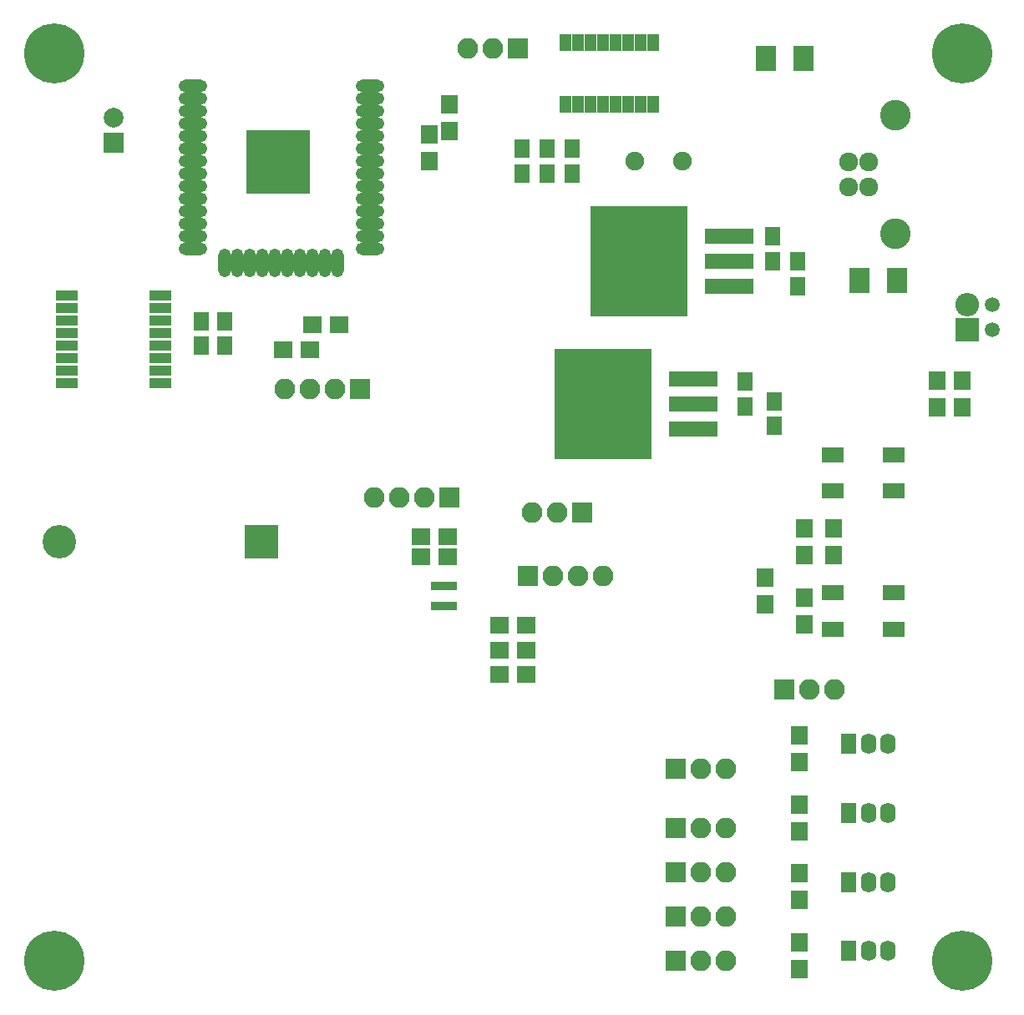
<source format=gts>
G04 #@! TF.FileFunction,Soldermask,Top*
%FSLAX46Y46*%
G04 Gerber Fmt 4.6, Leading zero omitted, Abs format (unit mm)*
G04 Created by KiCad (PCBNEW 4.0.7) date 11/23/17 20:16:06*
%MOMM*%
%LPD*%
G01*
G04 APERTURE LIST*
%ADD10C,0.100000*%
%ADD11C,3.400000*%
%ADD12R,3.400000X3.400000*%
%ADD13R,2.000200X2.599640*%
%ADD14R,2.325000X1.050000*%
%ADD15C,1.920000*%
%ADD16C,3.100000*%
%ADD17R,2.000000X2.000000*%
%ADD18C,2.000000*%
%ADD19R,1.650000X1.900000*%
%ADD20R,2.100000X2.100000*%
%ADD21O,2.100000X2.100000*%
%ADD22R,1.700000X1.900000*%
%ADD23R,1.900000X1.700000*%
%ADD24R,2.200000X1.500000*%
%ADD25O,2.900000X1.300000*%
%ADD26O,1.300000X2.900000*%
%ADD27R,6.400000X6.400000*%
%ADD28R,5.000000X1.500000*%
%ADD29R,9.800000X11.200000*%
%ADD30R,1.200000X1.700000*%
%ADD31C,1.900000*%
%ADD32O,2.398980X2.398980*%
%ADD33R,2.398980X2.398980*%
%ADD34C,1.500000*%
%ADD35R,0.750000X0.900000*%
%ADD36C,6.100000*%
%ADD37R,1.600000X2.100000*%
%ADD38O,1.600000X2.100000*%
G04 APERTURE END LIST*
D10*
D11*
X118956000Y-97028000D03*
D12*
X139446000Y-97028000D03*
D13*
X190600080Y-48000000D03*
X194399920Y-48000000D03*
X200100080Y-70500000D03*
X203899920Y-70500000D03*
D14*
X119788000Y-72055000D03*
X119788000Y-73325000D03*
X119788000Y-74595000D03*
X119788000Y-75865000D03*
X119788000Y-77135000D03*
X119788000Y-78405000D03*
X119788000Y-79675000D03*
X119788000Y-80945000D03*
X129212000Y-80945000D03*
X129212000Y-79675000D03*
X129212000Y-78405000D03*
X129212000Y-77135000D03*
X129212000Y-75865000D03*
X129212000Y-74595000D03*
X129212000Y-73325000D03*
X129212000Y-72055000D03*
D15*
X199000000Y-61040000D03*
X199000000Y-58500000D03*
X201000000Y-58500000D03*
X201000000Y-61040000D03*
D16*
X203700000Y-65770000D03*
X203700000Y-53770000D03*
D17*
X124500000Y-56500000D03*
D18*
X124500000Y-54000000D03*
D19*
X165880000Y-59620000D03*
X165880000Y-57120000D03*
X170960000Y-59620000D03*
X170960000Y-57120000D03*
X191500000Y-85250000D03*
X191500000Y-82750000D03*
X168420000Y-59620000D03*
X168420000Y-57120000D03*
X188500000Y-80750000D03*
X188500000Y-83250000D03*
X135763000Y-74632500D03*
X135763000Y-77132500D03*
X193820000Y-71050000D03*
X193820000Y-68550000D03*
X191280000Y-66010000D03*
X191280000Y-68510000D03*
X133413500Y-74632500D03*
X133413500Y-77132500D03*
D20*
X172000000Y-94000000D03*
D21*
X169460000Y-94000000D03*
X166920000Y-94000000D03*
D20*
X166500000Y-100500000D03*
D21*
X169040000Y-100500000D03*
X171580000Y-100500000D03*
X174120000Y-100500000D03*
D20*
X158500000Y-92500000D03*
D21*
X155960000Y-92500000D03*
X153420000Y-92500000D03*
X150880000Y-92500000D03*
D20*
X149500000Y-81500000D03*
D21*
X146960000Y-81500000D03*
X144420000Y-81500000D03*
X141880000Y-81500000D03*
D20*
X192500000Y-112000000D03*
D21*
X195040000Y-112000000D03*
X197580000Y-112000000D03*
D22*
X190500000Y-100650000D03*
X190500000Y-103350000D03*
X194500000Y-102650000D03*
X194500000Y-105350000D03*
X194500000Y-95650000D03*
X194500000Y-98350000D03*
X197500000Y-98350000D03*
X197500000Y-95650000D03*
D23*
X163650000Y-105500000D03*
X166350000Y-105500000D03*
X163650000Y-108000000D03*
X166350000Y-108000000D03*
X163650000Y-110500000D03*
X166350000Y-110500000D03*
X144350000Y-77500000D03*
X141650000Y-77500000D03*
X147350000Y-75000000D03*
X144650000Y-75000000D03*
D22*
X194000000Y-116650000D03*
X194000000Y-119350000D03*
X194000000Y-123650000D03*
X194000000Y-126350000D03*
X194000000Y-130650000D03*
X194000000Y-133350000D03*
X194000000Y-137650000D03*
X194000000Y-140350000D03*
D24*
X203600000Y-105850000D03*
X197400000Y-105850000D03*
X203600000Y-102150000D03*
X197400000Y-102150000D03*
X203600000Y-91850000D03*
X197400000Y-91850000D03*
X203600000Y-88150000D03*
X197400000Y-88150000D03*
D25*
X150500000Y-50750000D03*
X150500000Y-52020000D03*
X150500000Y-53290000D03*
X150500000Y-54560000D03*
X150500000Y-55830000D03*
X150500000Y-57100000D03*
X150500000Y-58370000D03*
X150500000Y-59640000D03*
X150500000Y-60910000D03*
X150500000Y-62180000D03*
X150500000Y-63450000D03*
X150500000Y-64720000D03*
X150500000Y-65990000D03*
X150500000Y-67260000D03*
D26*
X147215000Y-68750000D03*
X145945000Y-68750000D03*
X144675000Y-68750000D03*
X143405000Y-68750000D03*
X142135000Y-68750000D03*
X140865000Y-68750000D03*
X139595000Y-68750000D03*
X138325000Y-68750000D03*
X137055000Y-68750000D03*
X135785000Y-68750000D03*
D25*
X132500000Y-67260000D03*
X132500000Y-65990000D03*
X132500000Y-64720000D03*
X132500000Y-63450000D03*
X132500000Y-62180000D03*
X132500000Y-60910000D03*
X132500000Y-59640000D03*
X132500000Y-58370000D03*
X132500000Y-57100000D03*
X132500000Y-55830000D03*
X132500000Y-54560000D03*
X132500000Y-53290000D03*
X132500000Y-52020000D03*
X132500000Y-50750000D03*
D27*
X141200000Y-58450000D03*
D28*
X183275000Y-85540000D03*
X183275000Y-83000000D03*
X183275000Y-80460000D03*
D29*
X174125000Y-83000000D03*
D30*
X170320000Y-52630000D03*
X171600000Y-52630000D03*
X172860000Y-52630000D03*
X174130000Y-52630000D03*
X175410000Y-52630000D03*
X176680000Y-52630000D03*
X177940000Y-52630000D03*
X179220000Y-52630000D03*
X179220000Y-46330000D03*
X177940000Y-46330000D03*
X176680000Y-46330000D03*
X175410000Y-46330000D03*
X174130000Y-46330000D03*
X172860000Y-46330000D03*
X171600000Y-46330000D03*
X170320000Y-46330000D03*
D28*
X186895000Y-71070000D03*
X186895000Y-68530000D03*
X186895000Y-65990000D03*
D29*
X177745000Y-68530000D03*
D31*
X177310000Y-58370000D03*
X182190000Y-58370000D03*
D22*
X156500000Y-55650000D03*
X156500000Y-58350000D03*
X158500000Y-55350000D03*
X158500000Y-52650000D03*
D32*
X211000000Y-72960000D03*
D33*
X211000000Y-75500000D03*
D34*
X213540000Y-75500000D03*
X213540000Y-72960000D03*
D20*
X165500000Y-47000000D03*
D21*
X162960000Y-47000000D03*
X160420000Y-47000000D03*
D23*
X158350000Y-96500000D03*
X155650000Y-96500000D03*
X158350000Y-98500000D03*
X155650000Y-98500000D03*
D35*
X158975000Y-101475000D03*
X158325000Y-101475000D03*
X157675000Y-101475000D03*
X157025000Y-101475000D03*
X157025000Y-103525000D03*
X157675000Y-103525000D03*
X158325000Y-103525000D03*
X158975000Y-103525000D03*
D36*
X210500000Y-139500000D03*
X118500000Y-139500000D03*
X118500000Y-47500000D03*
X210500000Y-47500000D03*
D22*
X210500000Y-80650000D03*
X210500000Y-83350000D03*
X208000000Y-80650000D03*
X208000000Y-83350000D03*
D20*
X181500000Y-126000000D03*
D21*
X184040000Y-126000000D03*
X186580000Y-126000000D03*
D20*
X181500000Y-130500000D03*
D21*
X184040000Y-130500000D03*
X186580000Y-130500000D03*
D37*
X199000000Y-117500000D03*
D38*
X201000000Y-117500000D03*
X203000000Y-117500000D03*
D37*
X199000000Y-124500000D03*
D38*
X201000000Y-124500000D03*
X203000000Y-124500000D03*
D37*
X199000000Y-131500000D03*
D38*
X201000000Y-131500000D03*
X203000000Y-131500000D03*
D37*
X199000000Y-138500000D03*
D38*
X201000000Y-138500000D03*
X203000000Y-138500000D03*
D20*
X181500000Y-135000000D03*
D21*
X184040000Y-135000000D03*
X186580000Y-135000000D03*
D20*
X181500000Y-139500000D03*
D21*
X184040000Y-139500000D03*
X186580000Y-139500000D03*
D20*
X181500000Y-120000000D03*
D21*
X184040000Y-120000000D03*
X186580000Y-120000000D03*
M02*

</source>
